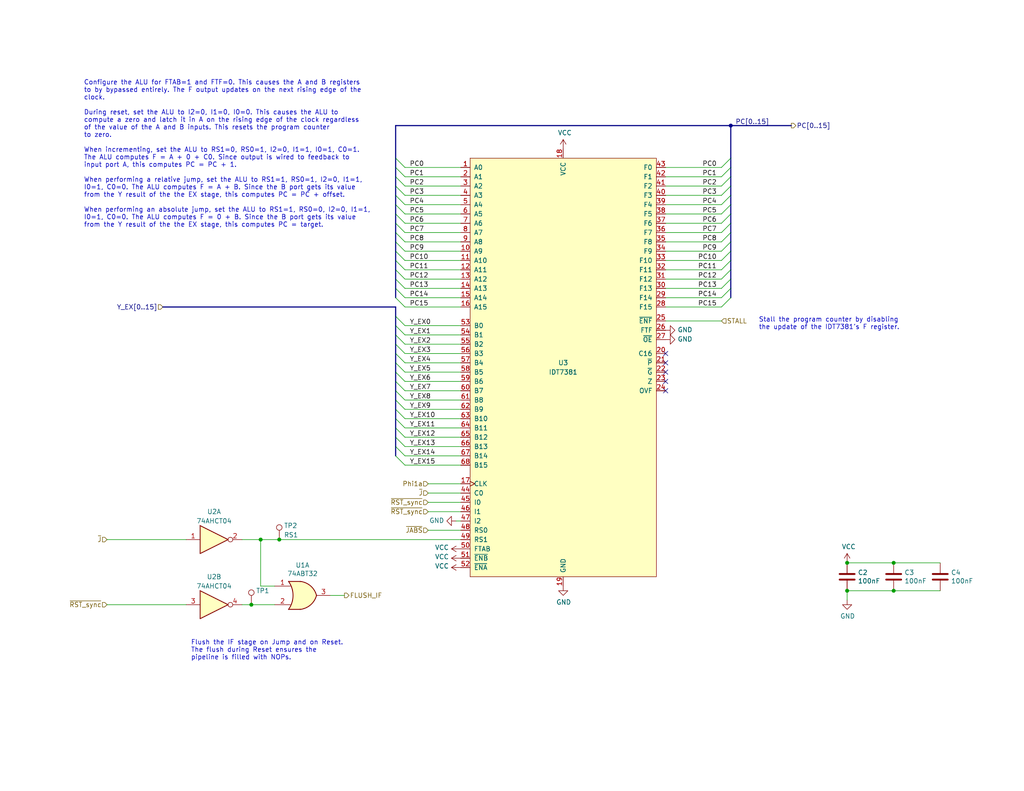
<source format=kicad_sch>
(kicad_sch (version 20250114) (generator "eeschema") (generator_version "9.0")
  (paper "USLetter")
  (title_block (title "Program Counter") (date "2022-04-14") (rev "A") (comment 3 "sixteen-bit offset, or else reset to zero.") (comment 4 "Sixteen-bit program counter will either increment on the clock, add a specified"))
  (lib_symbols
    (symbol "74xx:74LS04"
      (property "Reference" "U" (at 0 1.27 0))
      (property "Value" "74LS04" (at 0 -1.27 0))
      (symbol "74LS04_1_0"
        (polyline (pts (xy -3.81 3.81) (xy -3.81 -3.81) (xy 3.81 0) (xy -3.81 3.81)) (stroke (width 0.254)) (fill (type background)))
        (pin input line (at -7.62 0 0) (length 3.81) (name "~") (number "1"))
        (pin output inverted (at 7.62 0 180) (length 3.81) (name "~") (number "2"))
      )
      (symbol "74LS04_2_0"
        (polyline (pts (xy -3.81 3.81) (xy -3.81 -3.81) (xy 3.81 0) (xy -3.81 3.81)) (stroke (width 0.254)) (fill (type background)))
        (pin input line (at -7.62 0 0) (length 3.81) (name "~") (number "3"))
        (pin output inverted (at 7.62 0 180) (length 3.81) (name "~") (number "4"))
      )
      (symbol "74LS04_3_0"
        (polyline (pts (xy -3.81 3.81) (xy -3.81 -3.81) (xy 3.81 0) (xy -3.81 3.81)) (stroke (width 0.254)) (fill (type background)))
        (pin input line (at -7.62 0 0) (length 3.81) (name "~") (number "5"))
        (pin output inverted (at 7.62 0 180) (length 3.81) (name "~") (number "6"))
      )
      (symbol "74LS04_4_0"
        (polyline (pts (xy -3.81 3.81) (xy -3.81 -3.81) (xy 3.81 0) (xy -3.81 3.81)) (stroke (width 0.254)) (fill (type background)))
        (pin input line (at -7.62 0 0) (length 3.81) (name "~") (number "9"))
        (pin output inverted (at 7.62 0 180) (length 3.81) (name "~") (number "8"))
      )
      (symbol "74LS04_5_0"
        (polyline (pts (xy -3.81 3.81) (xy -3.81 -3.81) (xy 3.81 0) (xy -3.81 3.81)) (stroke (width 0.254)) (fill (type background)))
        (pin input line (at -7.62 0 0) (length 3.81) (name "~") (number "11"))
        (pin output inverted (at 7.62 0 180) (length 3.81) (name "~") (number "10"))
      )
      (symbol "74LS04_6_0"
        (polyline (pts (xy -3.81 3.81) (xy -3.81 -3.81) (xy 3.81 0) (xy -3.81 3.81)) (stroke (width 0.254)) (fill (type background)))
        (pin input line (at -7.62 0 0) (length 3.81) (name "~") (number "13"))
        (pin output inverted (at 7.62 0 180) (length 3.81) (name "~") (number "12"))
      )
      (symbol "74LS04_7_0"
        (pin power_in line (at 0 12.7 270) (length 5.08) (name "VCC") (number "14"))
        (pin power_in line (at 0 -12.7 90) (length 5.08) (name "GND") (number "7"))
      )
      (symbol "74LS04_7_1"
        (rectangle (start -5.08 7.62) (end 5.08 -7.62) (stroke (width 0.254)) (fill (type background)))
      )
    )
    (symbol "74xx:74LS32" (pin_names (offset 1.016))
      (property "Reference" "U" (at 0 1.27 0))
      (property "Value" "74LS32" (at 0 -1.27 0))
      (symbol "74LS32_1_1"
        (arc (start -3.81 3.81) (mid -2.589 0) (end -3.81 -3.81) (stroke (width 0.254)))
        (polyline (pts (xy -3.81 3.81) (xy -0.635 3.81)) (stroke (width 0.254)) (fill (type background)))
        (polyline (pts (xy -3.81 -3.81) (xy -0.635 -3.81)) (stroke (width 0.254)) (fill (type background)))
        (arc (start 3.81 0) (mid 2.1855 -2.584) (end -0.6096 -3.81) (stroke (width 0.254)) (fill (type background)))
        (arc (start -0.6096 3.81) (mid 2.1928 2.5924) (end 3.81 0) (stroke (width 0.254)) (fill (type background)))
        (polyline (pts (xy -0.635 3.81) (xy -3.81 3.81) (xy -3.81 3.81) (xy -3.556 3.4036) (xy -3.0226 2.2606) (xy -2.6924 1.0414) (xy -2.6162 -0.254) (xy -2.7686 -1.4986) (xy -3.175 -2.7178) (xy -3.81 -3.81) (xy -3.81 -3.81) (xy -0.635 -3.81)) (stroke (width -25.4)) (fill (type background)))
        (pin input line (at -7.62 2.54 0) (length 4.318) (name "~") (number "1"))
        (pin input line (at -7.62 -2.54 0) (length 4.318) (name "~") (number "2"))
        (pin output line (at 7.62 0 180) (length 3.81) (name "~") (number "3"))
      )
      (symbol "74LS32_1_2"
        (arc (start 0 3.81) (mid 3.7934 0) (end 0 -3.81) (stroke (width 0.254)) (fill (type background)))
        (polyline (pts (xy 0 3.81) (xy -3.81 3.81) (xy -3.81 -3.81) (xy 0 -3.81)) (stroke (width 0.254)) (fill (type background)))
        (pin input inverted (at -7.62 2.54 0) (length 3.81) (name "~") (number "1"))
        (pin input inverted (at -7.62 -2.54 0) (length 3.81) (name "~") (number "2"))
        (pin output inverted (at 7.62 0 180) (length 3.81) (name "~") (number "3"))
      )
      (symbol "74LS32_2_1"
        (arc (start -3.81 3.81) (mid -2.589 0) (end -3.81 -3.81) (stroke (width 0.254)))
        (polyline (pts (xy -3.81 3.81) (xy -0.635 3.81)) (stroke (width 0.254)) (fill (type background)))
        (polyline (pts (xy -3.81 -3.81) (xy -0.635 -3.81)) (stroke (width 0.254)) (fill (type background)))
        (arc (start 3.81 0) (mid 2.1855 -2.584) (end -0.6096 -3.81) (stroke (width 0.254)) (fill (type background)))
        (arc (start -0.6096 3.81) (mid 2.1928 2.5924) (end 3.81 0) (stroke (width 0.254)) (fill (type background)))
        (polyline (pts (xy -0.635 3.81) (xy -3.81 3.81) (xy -3.81 3.81) (xy -3.556 3.4036) (xy -3.0226 2.2606) (xy -2.6924 1.0414) (xy -2.6162 -0.254) (xy -2.7686 -1.4986) (xy -3.175 -2.7178) (xy -3.81 -3.81) (xy -3.81 -3.81) (xy -0.635 -3.81)) (stroke (width -25.4)) (fill (type background)))
        (pin input line (at -7.62 2.54 0) (length 4.318) (name "~") (number "4"))
        (pin input line (at -7.62 -2.54 0) (length 4.318) (name "~") (number "5"))
        (pin output line (at 7.62 0 180) (length 3.81) (name "~") (number "6"))
      )
      (symbol "74LS32_2_2"
        (arc (start 0 3.81) (mid 3.7934 0) (end 0 -3.81) (stroke (width 0.254)) (fill (type background)))
        (polyline (pts (xy 0 3.81) (xy -3.81 3.81) (xy -3.81 -3.81) (xy 0 -3.81)) (stroke (width 0.254)) (fill (type background)))
        (pin input inverted (at -7.62 2.54 0) (length 3.81) (name "~") (number "4"))
        (pin input inverted (at -7.62 -2.54 0) (length 3.81) (name "~") (number "5"))
        (pin output inverted (at 7.62 0 180) (length 3.81) (name "~") (number "6"))
      )
      (symbol "74LS32_3_1"
        (arc (start -3.81 3.81) (mid -2.589 0) (end -3.81 -3.81) (stroke (width 0.254)))
        (polyline (pts (xy -3.81 3.81) (xy -0.635 3.81)) (stroke (width 0.254)) (fill (type background)))
        (polyline (pts (xy -3.81 -3.81) (xy -0.635 -3.81)) (stroke (width 0.254)) (fill (type background)))
        (arc (start 3.81 0) (mid 2.1855 -2.584) (end -0.6096 -3.81) (stroke (width 0.254)) (fill (type background)))
        (arc (start -0.6096 3.81) (mid 2.1928 2.5924) (end 3.81 0) (stroke (width 0.254)) (fill (type background)))
        (polyline (pts (xy -0.635 3.81) (xy -3.81 3.81) (xy -3.81 3.81) (xy -3.556 3.4036) (xy -3.0226 2.2606) (xy -2.6924 1.0414) (xy -2.6162 -0.254) (xy -2.7686 -1.4986) (xy -3.175 -2.7178) (xy -3.81 -3.81) (xy -3.81 -3.81) (xy -0.635 -3.81)) (stroke (width -25.4)) (fill (type background)))
        (pin input line (at -7.62 2.54 0) (length 4.318) (name "~") (number "9"))
        (pin input line (at -7.62 -2.54 0) (length 4.318) (name "~") (number "10"))
        (pin output line (at 7.62 0 180) (length 3.81) (name "~") (number "8"))
      )
      (symbol "74LS32_3_2"
        (arc (start 0 3.81) (mid 3.7934 0) (end 0 -3.81) (stroke (width 0.254)) (fill (type background)))
        (polyline (pts (xy 0 3.81) (xy -3.81 3.81) (xy -3.81 -3.81) (xy 0 -3.81)) (stroke (width 0.254)) (fill (type background)))
        (pin input inverted (at -7.62 2.54 0) (length 3.81) (name "~") (number "9"))
        (pin input inverted (at -7.62 -2.54 0) (length 3.81) (name "~") (number "10"))
        (pin output inverted (at 7.62 0 180) (length 3.81) (name "~") (number "8"))
      )
      (symbol "74LS32_4_1"
        (arc (start -3.81 3.81) (mid -2.589 0) (end -3.81 -3.81) (stroke (width 0.254)))
        (polyline (pts (xy -3.81 3.81) (xy -0.635 3.81)) (stroke (width 0.254)) (fill (type background)))
        (polyline (pts (xy -3.81 -3.81) (xy -0.635 -3.81)) (stroke (width 0.254)) (fill (type background)))
        (arc (start 3.81 0) (mid 2.1855 -2.584) (end -0.6096 -3.81) (stroke (width 0.254)) (fill (type background)))
        (arc (start -0.6096 3.81) (mid 2.1928 2.5924) (end 3.81 0) (stroke (width 0.254)) (fill (type background)))
        (polyline (pts (xy -0.635 3.81) (xy -3.81 3.81) (xy -3.81 3.81) (xy -3.556 3.4036) (xy -3.0226 2.2606) (xy -2.6924 1.0414) (xy -2.6162 -0.254) (xy -2.7686 -1.4986) (xy -3.175 -2.7178) (xy -3.81 -3.81) (xy -3.81 -3.81) (xy -0.635 -3.81)) (stroke (width -25.4)) (fill (type background)))
        (pin input line (at -7.62 2.54 0) (length 4.318) (name "~") (number "12"))
        (pin input line (at -7.62 -2.54 0) (length 4.318) (name "~") (number "13"))
        (pin output line (at 7.62 0 180) (length 3.81) (name "~") (number "11"))
      )
      (symbol "74LS32_4_2"
        (arc (start 0 3.81) (mid 3.7934 0) (end 0 -3.81) (stroke (width 0.254)) (fill (type background)))
        (polyline (pts (xy 0 3.81) (xy -3.81 3.81) (xy -3.81 -3.81) (xy 0 -3.81)) (stroke (width 0.254)) (fill (type background)))
        (pin input inverted (at -7.62 2.54 0) (length 3.81) (name "~") (number "12"))
        (pin input inverted (at -7.62 -2.54 0) (length 3.81) (name "~") (number "13"))
        (pin output inverted (at 7.62 0 180) (length 3.81) (name "~") (number "11"))
      )
      (symbol "74LS32_5_0"
        (pin power_in line (at 0 12.7 270) (length 5.08) (name "VCC") (number "14"))
        (pin power_in line (at 0 -12.7 90) (length 5.08) (name "GND") (number "7"))
      )
      (symbol "74LS32_5_1"
        (rectangle (start -5.08 7.62) (end 5.08 -7.62) (stroke (width 0.254)) (fill (type background)))
      )
    )
    (symbol "Connector:TestPoint" (pin_numbers (hide yes)) (pin_names (offset 0.762) (hide yes))
      (property "Reference" "TP" (at 0 6.858 0))
      (property "Value" "TestPoint" (at 0 5.08 0))
      (symbol "TestPoint_0_1"
        (circle (center 0 3.302) (radius 0.762))
      )
      (symbol "TestPoint_1_1"
        (pin passive line (at 0 0 90) (length 2.54) (name "1") (number "1"))
      )
    )
    (symbol "Device:C" (pin_numbers (hide yes)) (pin_names (offset 0.254))
      (property "Reference" "C" (at 0.635 2.54 0))
      (property "Value" "C" (at 0.635 -2.54 0))
      (symbol "C_0_1"
        (polyline (pts (xy -2.032 0.762) (xy 2.032 0.762)) (stroke (width 0.508)))
        (polyline (pts (xy -2.032 -0.762) (xy 2.032 -0.762)) (stroke (width 0.508)))
      )
      (symbol "C_1_1"
        (pin passive line (at 0 3.81 270) (length 2.794) (name "~") (number "1"))
        (pin passive line (at 0 -3.81 90) (length 2.794) (name "~") (number "2"))
      )
    )
    (symbol "PCIFModule-rescue:IDT7381-CPU" (pin_names (offset 1.016))
      (property "Reference" "U" (at 1.27 2.54 0))
      (property "Value" "IDT7381-CPU" (at 1.27 0 0))
      (symbol "IDT7381-CPU_0_1"
        (rectangle (start -25.4 57.15) (end 25.4 -57.15) (fill (type background)))
      )
      (symbol "IDT7381-CPU_1_1"
        (pin input line (at -27.94 54.61 0) (length 2.54) (name "A0") (number "1"))
        (pin input line (at -27.94 52.07 0) (length 2.54) (name "A1") (number "2"))
        (pin input line (at -27.94 49.53 0) (length 2.54) (name "A2") (number "3"))
        (pin input line (at -27.94 46.99 0) (length 2.54) (name "A3") (number "4"))
        (pin input line (at -27.94 44.45 0) (length 2.54) (name "A4") (number "5"))
        (pin input line (at -27.94 41.91 0) (length 2.54) (name "A5") (number "6"))
        (pin input line (at -27.94 39.37 0) (length 2.54) (name "A6") (number "7"))
        (pin input line (at -27.94 36.83 0) (length 2.54) (name "A7") (number "8"))
        (pin input line (at -27.94 34.29 0) (length 2.54) (name "A8") (number "9"))
        (pin input line (at -27.94 31.75 0) (length 2.54) (name "A9") (number "10"))
        (pin input line (at -27.94 29.21 0) (length 2.54) (name "A10") (number "11"))
        (pin input line (at -27.94 26.67 0) (length 2.54) (name "A11") (number "12"))
        (pin input line (at -27.94 24.13 0) (length 2.54) (name "A12") (number "13"))
        (pin input line (at -27.94 21.59 0) (length 2.54) (name "A13") (number "14"))
        (pin input line (at -27.94 19.05 0) (length 2.54) (name "A14") (number "15"))
        (pin input line (at -27.94 16.51 0) (length 2.54) (name "A15") (number "16"))
        (pin input line (at -27.94 11.43 0) (length 2.54) (name "B0") (number "53"))
        (pin input line (at -27.94 8.89 0) (length 2.54) (name "B1") (number "54"))
        (pin input line (at -27.94 6.35 0) (length 2.54) (name "B2") (number "55"))
        (pin input line (at -27.94 3.81 0) (length 2.54) (name "B3") (number "56"))
        (pin input line (at -27.94 1.27 0) (length 2.54) (name "B4") (number "57"))
        (pin input line (at -27.94 -1.27 0) (length 2.54) (name "B5") (number "58"))
        (pin input line (at -27.94 -3.81 0) (length 2.54) (name "B6") (number "59"))
        (pin input line (at -27.94 -6.35 0) (length 2.54) (name "B7") (number "60"))
        (pin input line (at -27.94 -8.89 0) (length 2.54) (name "B8") (number "61"))
        (pin input line (at -27.94 -11.43 0) (length 2.54) (name "B9") (number "62"))
        (pin input line (at -27.94 -13.97 0) (length 2.54) (name "B10") (number "63"))
        (pin input line (at -27.94 -16.51 0) (length 2.54) (name "B11") (number "64"))
        (pin input line (at -27.94 -19.05 0) (length 2.54) (name "B12") (number "65"))
        (pin input line (at -27.94 -21.59 0) (length 2.54) (name "B13") (number "66"))
        (pin input line (at -27.94 -24.13 0) (length 2.54) (name "B14") (number "67"))
        (pin input line (at -27.94 -26.67 0) (length 2.54) (name "B15") (number "68"))
        (pin input clock (at -27.94 -31.75 0) (length 2.54) (name "CLK") (number "17"))
        (pin input line (at -27.94 -34.29 0) (length 2.54) (name "C0") (number "44"))
        (pin input line (at -27.94 -36.83 0) (length 2.54) (name "I0") (number "45"))
        (pin input line (at -27.94 -39.37 0) (length 2.54) (name "I1") (number "46"))
        (pin input line (at -27.94 -41.91 0) (length 2.54) (name "I2") (number "47"))
        (pin input line (at -27.94 -44.45 0) (length 2.54) (name "RS0") (number "48"))
        (pin input line (at -27.94 -46.99 0) (length 2.54) (name "RS1") (number "49"))
        (pin input line (at -27.94 -49.53 0) (length 2.54) (name "FTAB") (number "50"))
        (pin input line (at -27.94 -52.07 0) (length 2.54) (name "~{ENB}") (number "51"))
        (pin input line (at -27.94 -54.61 0) (length 2.54) (name "~{ENA}") (number "52"))
        (pin power_in line (at 0 59.69 270) (length 2.54) (name "VCC") (number "18"))
        (pin power_in line (at 0 -59.69 90) (length 2.54) (name "GND") (number "19"))
        (pin tri_state line (at 27.94 54.61 180) (length 2.54) (name "F0") (number "43"))
        (pin tri_state line (at 27.94 52.07 180) (length 2.54) (name "F1") (number "42"))
        (pin tri_state line (at 27.94 49.53 180) (length 2.54) (name "F2") (number "41"))
        (pin tri_state line (at 27.94 46.99 180) (length 2.54) (name "F3") (number "40"))
        (pin tri_state line (at 27.94 44.45 180) (length 2.54) (name "F4") (number "39"))
        (pin tri_state line (at 27.94 41.91 180) (length 2.54) (name "F5") (number "38"))
        (pin tri_state line (at 27.94 39.37 180) (length 2.54) (name "F6") (number "37"))
        (pin tri_state line (at 27.94 36.83 180) (length 2.54) (name "F7") (number "36"))
        (pin tri_state line (at 27.94 34.29 180) (length 2.54) (name "F8") (number "35"))
        (pin tri_state line (at 27.94 31.75 180) (length 2.54) (name "F9") (number "34"))
        (pin tri_state line (at 27.94 29.21 180) (length 2.54) (name "F10") (number "33"))
        (pin tri_state line (at 27.94 26.67 180) (length 2.54) (name "F11") (number "32"))
        (pin tri_state line (at 27.94 24.13 180) (length 2.54) (name "F12") (number "31"))
        (pin tri_state line (at 27.94 21.59 180) (length 2.54) (name "F13") (number "30"))
        (pin tri_state line (at 27.94 19.05 180) (length 2.54) (name "F14") (number "29"))
        (pin tri_state line (at 27.94 16.51 180) (length 2.54) (name "F15") (number "28"))
        (pin input line (at 27.94 12.7 180) (length 2.54) (name "~{ENF}") (number "25"))
        (pin input line (at 27.94 10.16 180) (length 2.54) (name "FTF") (number "26"))
        (pin input line (at 27.94 7.62 180) (length 2.54) (name "~{OE}") (number "27"))
        (pin output line (at 27.94 3.81 180) (length 2.54) (name "C16") (number "20"))
        (pin output line (at 27.94 1.27 180) (length 2.54) (name "~{P}") (number "21"))
        (pin output line (at 27.94 -1.27 180) (length 2.54) (name "~{G}") (number "22"))
        (pin output line (at 27.94 -3.81 180) (length 2.54) (name "Z") (number "23"))
        (pin output line (at 27.94 -6.35 180) (length 2.54) (name "OVF") (number "24"))
      )
    )
    (symbol "power:GND" (power) (pin_names (offset 0))
      (property "Value" "GND" (at 0 -3.81 0))
      (symbol "GND_0_1"
        (polyline (pts (xy 0 0) (xy 0 -1.27) (xy 1.27 -1.27) (xy 0 -2.54) (xy -1.27 -1.27) (xy 0 -1.27)))
      )
      (symbol "GND_1_1"
        (pin power_in line (at 0 0 270) (length 0) (hide yes) (name "GND") (number "1"))
      )
    )
    (symbol "power:VCC" (power) (pin_names (offset 0))
      (property "Value" "VCC" (at 0 3.81 0))
      (symbol "VCC_0_1"
        (polyline (pts (xy -0.762 1.27) (xy 0 2.54)))
        (polyline (pts (xy 0 2.54) (xy 0.762 1.27)))
        (polyline (pts (xy 0 0) (xy 0 2.54)))
      )
      (symbol "VCC_1_1"
        (pin power_in line (at 0 0 90) (length 0) (hide yes) (name "VCC") (number "1"))
      )
    )
  )
  (text "Stall the program counter by disabling\nthe update of the IDT7381’s F register." (at 207.01 90.17 0) (effects (font (size 1.27 1.27)) (justify left bottom)))
  (text "Flush the IF stage on Jump and on Reset.\nThe flush during Reset ensures the\npipeline is filled with NOPs." (at 52.07 180.34 0) (effects (font (size 1.27 1.27)) (justify left bottom)))
  (text "Configure the ALU for FTAB=1 and FTF=0. This causes the A and B registers\nto by bypassed entirely. The F output updates on the next rising edge of the\nclock.\n\nDuring reset, set the ALU to I2=0, I1=0, I0=0. This causes the ALU to\ncompute a zero and latch it in A on the rising edge of the clock regardless\nof the value of the A and B inputs. This resets the program counter\nto zero.\n\nWhen incrementing, set the ALU to RS1=0, RS0=1, I2=0, I1=1, I0=1, C0=1.\nThe ALU computes F = A + 0 + C0. Since output is wired to feedback to\ninput port A, this computes PC = PC + 1.\n\nWhen performing a relative jump, set the ALU to RS1=1, RS0=1, I2=0, I1=1,\nI0=1, C0=0. The ALU computes F = A + B. Since the B port gets its value\nfrom the Y result of the the EX stage, this computes PC = PC + offset.\n\nWhen performing an absolute jump, set the ALU to RS1=1, RS0=0, I2=0, I1=1,\nI0=1, C0=0. The ALU computes F = 0 + B. Since the B port gets its value\nfrom the Y result of the the EX stage, this computes PC = target." (at 22.86 62.23 0) (effects (font (size 1.27 1.27)) (justify left bottom)))
  (junction (at -53.34 147.32))
  (junction (at -29.21 157.48))
  (junction (at 231.14 161.29))
  (junction (at -53.34 152.4))
  (junction (at -53.34 133.35))
  (junction (at -53.34 162.56))
  (junction (at -53.34 167.64))
  (junction (at -29.21 143.51))
  (junction (at 243.84 161.29))
  (junction (at -29.21 129.54))
  (junction (at 199.39 34.29))
  (junction (at 231.14 153.67))
  (junction (at -29.21 171.45))
  (junction (at 71.12 147.32))
  (junction (at 76.2 147.32))
  (junction (at 243.84 153.67))
  (junction (at 68.58 165.1))
  (junction (at -53.34 138.43))
  (no_connect (at -13.97 129.54))
  (no_connect (at 181.61 104.14))
  (no_connect (at -13.97 143.51))
  (no_connect (at 181.61 101.6))
  (no_connect (at -35.56 165.1))
  (no_connect (at 181.61 106.68))
  (no_connect (at -35.56 135.89))
  (no_connect (at -13.97 157.48))
  (no_connect (at -35.56 149.86))
  (no_connect (at 181.61 96.52))
  (no_connect (at 181.61 99.06))
  (no_connect (at -13.97 171.45))
  (bus_entry (at 110.49 53.34) (size -2.54 -2.54))
  (bus_entry (at 110.49 91.44) (size -2.54 -2.54))
  (bus_entry (at 110.49 48.26) (size -2.54 -2.54))
  (bus_entry (at 110.49 76.2) (size -2.54 -2.54))
  (bus_entry (at 110.49 63.5) (size -2.54 -2.54))
  (bus_entry (at 110.49 73.66) (size -2.54 -2.54))
  (bus_entry (at 196.85 48.26) (size 2.54 -2.54))
  (bus_entry (at 110.49 99.06) (size -2.54 -2.54))
  (bus_entry (at 196.85 55.88) (size 2.54 -2.54))
  (bus_entry (at 196.85 73.66) (size 2.54 -2.54))
  (bus_entry (at 110.49 66.04) (size -2.54 -2.54))
  (bus_entry (at 110.49 96.52) (size -2.54 -2.54))
  (bus_entry (at 196.85 76.2) (size 2.54 -2.54))
  (bus_entry (at 110.49 55.88) (size -2.54 -2.54))
  (bus_entry (at 110.49 60.96) (size -2.54 -2.54))
  (bus_entry (at 196.85 71.12) (size 2.54 -2.54))
  (bus_entry (at 110.49 101.6) (size -2.54 -2.54))
  (bus_entry (at 110.49 119.38) (size -2.54 -2.54))
  (bus_entry (at 110.49 71.12) (size -2.54 -2.54))
  (bus_entry (at 110.49 114.3) (size -2.54 -2.54))
  (bus_entry (at 110.49 88.9) (size -2.54 -2.54))
  (bus_entry (at 196.85 81.28) (size 2.54 -2.54))
  (bus_entry (at 196.85 66.04) (size 2.54 -2.54))
  (bus_entry (at 196.85 68.58) (size 2.54 -2.54))
  (bus_entry (at 110.49 81.28) (size -2.54 -2.54))
  (bus_entry (at 110.49 127) (size -2.54 -2.54))
  (bus_entry (at 196.85 83.82) (size 2.54 -2.54))
  (bus_entry (at 110.49 45.72) (size -2.54 -2.54))
  (bus_entry (at 196.85 63.5) (size 2.54 -2.54))
  (bus_entry (at 110.49 83.82) (size -2.54 -2.54))
  (bus_entry (at 110.49 121.92) (size -2.54 -2.54))
  (bus_entry (at 110.49 78.74) (size -2.54 -2.54))
  (bus_entry (at 110.49 109.22) (size -2.54 -2.54))
  (bus_entry (at 196.85 50.8) (size 2.54 -2.54))
  (bus_entry (at 196.85 45.72) (size 2.54 -2.54))
  (bus_entry (at 110.49 111.76) (size -2.54 -2.54))
  (bus_entry (at 110.49 50.8) (size -2.54 -2.54))
  (bus_entry (at 110.49 124.46) (size -2.54 -2.54))
  (bus_entry (at 110.49 93.98) (size -2.54 -2.54))
  (bus_entry (at 196.85 53.34) (size 2.54 -2.54))
  (bus_entry (at 110.49 58.42) (size -2.54 -2.54))
  (bus_entry (at 196.85 60.96) (size 2.54 -2.54))
  (bus_entry (at 110.49 106.68) (size -2.54 -2.54))
  (bus_entry (at 110.49 68.58) (size -2.54 -2.54))
  (bus_entry (at 196.85 58.42) (size 2.54 -2.54))
  (bus_entry (at 196.85 78.74) (size 2.54 -2.54))
  (bus_entry (at 110.49 116.84) (size -2.54 -2.54))
  (bus_entry (at 110.49 104.14) (size -2.54 -2.54))
  (wire (pts (xy -53.34 118.11) (xy -53.34 133.35)))
  (wire (pts (xy 256.54 161.29) (xy 243.84 161.29)))
  (wire (pts (xy 68.58 165.1) (xy 74.93 165.1)))
  (wire (pts (xy 71.12 160.02) (xy 71.12 147.32)))
  (wire (pts (xy 110.49 58.42) (xy 125.73 58.42)))
  (bus (pts (xy 107.95 63.5) (xy 107.95 66.04)))
  (bus (pts (xy 107.95 119.38) (xy 107.95 121.92)))
  (bus (pts (xy 199.39 58.42) (xy 199.39 60.96)))
  (wire (pts (xy 110.49 106.68) (xy 125.73 106.68)))
  (wire (pts (xy 110.49 78.74) (xy 125.73 78.74)))
  (wire (pts (xy 110.49 114.3) (xy 125.73 114.3)))
  (wire (pts (xy 196.85 78.74) (xy 181.61 78.74)))
  (bus (pts (xy 107.95 104.14) (xy 107.95 106.68)))
  (bus (pts (xy 199.39 50.8) (xy 199.39 53.34)))
  (wire (pts (xy 66.04 147.32) (xy 71.12 147.32)))
  (wire (pts (xy -50.8 133.35) (xy -53.34 133.35)))
  (wire (pts (xy -50.8 138.43) (xy -53.34 138.43)))
  (bus (pts (xy 107.95 116.84) (xy 107.95 119.38)))
  (wire (pts (xy 196.85 73.66) (xy 181.61 73.66)))
  (wire (pts (xy 110.49 93.98) (xy 125.73 93.98)))
  (bus (pts (xy 199.39 34.29) (xy 199.39 43.18)))
  (bus (pts (xy 107.95 109.22) (xy 107.95 111.76)))
  (wire (pts (xy 110.49 91.44) (xy 125.73 91.44)))
  (wire (pts (xy 116.84 139.7) (xy 125.73 139.7)))
  (wire (pts (xy 196.85 83.82) (xy 181.61 83.82)))
  (wire (pts (xy -29.21 199.39) (xy -29.21 200.66)))
  (wire (pts (xy 196.85 76.2) (xy 181.61 76.2)))
  (bus (pts (xy 107.95 99.06) (xy 107.95 101.6)))
  (bus (pts (xy 107.95 43.18) (xy 107.95 45.72)))
  (wire (pts (xy -53.34 162.56) (xy -53.34 167.64)))
  (bus (pts (xy 107.95 83.82) (xy 44.45 83.82)))
  (wire (pts (xy -53.34 138.43) (xy -53.34 147.32)))
  (bus (pts (xy 107.95 73.66) (xy 107.95 76.2)))
  (bus (pts (xy 107.95 121.92) (xy 107.95 124.46)))
  (bus (pts (xy 107.95 88.9) (xy 107.95 91.44)))
  (bus (pts (xy 199.39 68.58) (xy 199.39 71.12)))
  (bus (pts (xy 199.39 73.66) (xy 199.39 76.2)))
  (wire (pts (xy 110.49 109.22) (xy 125.73 109.22)))
  (wire (pts (xy 110.49 88.9) (xy 125.73 88.9)))
  (wire (pts (xy -29.21 143.51) (xy -29.21 157.48)))
  (bus (pts (xy 107.95 93.98) (xy 107.95 96.52)))
  (bus (pts (xy 107.95 86.36) (xy 107.95 88.9)))
  (wire (pts (xy 71.12 147.32) (xy 76.2 147.32)))
  (wire (pts (xy 29.21 165.1) (xy 50.8 165.1)))
  (bus (pts (xy 107.95 58.42) (xy 107.95 60.96)))
  (wire (pts (xy 110.49 73.66) (xy 125.73 73.66)))
  (bus (pts (xy 107.95 55.88) (xy 107.95 58.42)))
  (bus (pts (xy 199.39 53.34) (xy 199.39 55.88)))
  (wire (pts (xy 196.85 53.34) (xy 181.61 53.34)))
  (bus (pts (xy 107.95 96.52) (xy 107.95 99.06)))
  (wire (pts (xy 110.49 83.82) (xy 125.73 83.82)))
  (bus (pts (xy 199.39 43.18) (xy 199.39 45.72)))
  (wire (pts (xy 231.14 163.83) (xy 231.14 161.29)))
  (bus (pts (xy 199.39 66.04) (xy 199.39 68.58)))
  (wire (pts (xy 196.85 45.72) (xy 181.61 45.72)))
  (wire (pts (xy 196.85 48.26) (xy 181.61 48.26)))
  (bus (pts (xy 199.39 60.96) (xy 199.39 63.5)))
  (bus (pts (xy 107.95 83.82) (xy 107.95 86.36)))
  (wire (pts (xy 196.85 63.5) (xy 181.61 63.5)))
  (wire (pts (xy -50.8 162.56) (xy -53.34 162.56)))
  (wire (pts (xy 110.49 45.72) (xy 125.73 45.72)))
  (bus (pts (xy 107.95 106.68) (xy 107.95 109.22)))
  (bus (pts (xy 107.95 111.76) (xy 107.95 114.3)))
  (bus (pts (xy 107.95 76.2) (xy 107.95 78.74)))
  (bus (pts (xy 107.95 91.44) (xy 107.95 93.98)))
  (bus (pts (xy 107.95 78.74) (xy 107.95 81.28)))
  (wire (pts (xy 110.49 50.8) (xy 125.73 50.8)))
  (bus (pts (xy 199.39 71.12) (xy 199.39 73.66)))
  (wire (pts (xy -50.8 152.4) (xy -53.34 152.4)))
  (wire (pts (xy 116.84 144.78) (xy 125.73 144.78)))
  (bus (pts (xy 107.95 34.29) (xy 107.95 43.18)))
  (wire (pts (xy 116.84 137.16) (xy 125.73 137.16)))
  (wire (pts (xy 110.49 53.34) (xy 125.73 53.34)))
  (wire (pts (xy 110.49 99.06) (xy 125.73 99.06)))
  (bus (pts (xy 199.39 48.26) (xy 199.39 50.8)))
  (wire (pts (xy 231.14 153.67) (xy 243.84 153.67)))
  (wire (pts (xy 110.49 104.14) (xy 125.73 104.14)))
  (bus (pts (xy 107.95 34.29) (xy 199.39 34.29)))
  (bus (pts (xy 199.39 55.88) (xy 199.39 58.42)))
  (wire (pts (xy 110.49 60.96) (xy 125.73 60.96)))
  (bus (pts (xy 107.95 48.26) (xy 107.95 50.8)))
  (bus (pts (xy 107.95 101.6) (xy 107.95 104.14)))
  (wire (pts (xy 110.49 116.84) (xy 125.73 116.84)))
  (wire (pts (xy -50.8 147.32) (xy -53.34 147.32)))
  (bus (pts (xy 107.95 66.04) (xy 107.95 68.58)))
  (wire (pts (xy -29.21 129.54) (xy -29.21 143.51)))
  (wire (pts (xy 110.49 96.52) (xy 125.73 96.52)))
  (wire (pts (xy -53.34 152.4) (xy -53.34 162.56)))
  (bus (pts (xy 107.95 45.72) (xy 107.95 48.26)))
  (bus (pts (xy 107.95 71.12) (xy 107.95 73.66)))
  (wire (pts (xy 110.49 71.12) (xy 125.73 71.12)))
  (wire (pts (xy 110.49 124.46) (xy 125.73 124.46)))
  (wire (pts (xy 66.04 165.1) (xy 68.58 165.1)))
  (bus (pts (xy 199.39 63.5) (xy 199.39 66.04)))
  (wire (pts (xy 196.85 60.96) (xy 181.61 60.96)))
  (wire (pts (xy 110.49 81.28) (xy 125.73 81.28)))
  (bus (pts (xy 199.39 76.2) (xy 199.39 78.74)))
  (wire (pts (xy 243.84 161.29) (xy 231.14 161.29)))
  (wire (pts (xy 196.85 68.58) (xy 181.61 68.58)))
  (bus (pts (xy 199.39 45.72) (xy 199.39 48.26)))
  (bus (pts (xy 107.95 60.96) (xy 107.95 63.5)))
  (bus (pts (xy 199.39 78.74) (xy 199.39 81.28)))
  (wire (pts (xy 110.49 121.92) (xy 125.73 121.92)))
  (wire (pts (xy 110.49 111.76) (xy 125.73 111.76)))
  (wire (pts (xy 196.85 81.28) (xy 181.61 81.28)))
  (bus (pts (xy 107.95 114.3) (xy 107.95 116.84)))
  (wire (pts (xy -29.21 157.48) (xy -29.21 171.45)))
  (wire (pts (xy 110.49 66.04) (xy 125.73 66.04)))
  (wire (pts (xy 93.98 162.56) (xy 90.17 162.56)))
  (wire (pts (xy 243.84 153.67) (xy 256.54 153.67)))
  (wire (pts (xy 196.85 50.8) (xy 181.61 50.8)))
  (wire (pts (xy 110.49 48.26) (xy 125.73 48.26)))
  (wire (pts (xy 110.49 76.2) (xy 125.73 76.2)))
  (wire (pts (xy 110.49 68.58) (xy 125.73 68.58)))
  (wire (pts (xy 181.61 87.63) (xy 196.85 87.63)))
  (wire (pts (xy -29.21 171.45) (xy -29.21 173.99)))
  (bus (pts (xy 107.95 68.58) (xy 107.95 71.12)))
  (wire (pts (xy -53.34 167.64) (xy -53.34 173.99)))
  (wire (pts (xy 110.49 119.38) (xy 125.73 119.38)))
  (bus (pts (xy 107.95 53.34) (xy 107.95 55.88)))
  (wire (pts (xy -53.34 147.32) (xy -53.34 152.4)))
  (bus (pts (xy 107.95 50.8) (xy 107.95 53.34)))
  (wire (pts (xy 196.85 71.12) (xy 181.61 71.12)))
  (wire (pts (xy 116.84 134.62) (xy 125.73 134.62)))
  (wire (pts (xy -29.21 118.11) (xy -29.21 129.54)))
  (wire (pts (xy 29.21 147.32) (xy 50.8 147.32)))
  (wire (pts (xy 110.49 101.6) (xy 125.73 101.6)))
  (wire (pts (xy 196.85 55.88) (xy 181.61 55.88)))
  (wire (pts (xy 76.2 147.32) (xy 125.73 147.32)))
  (bus (pts (xy 215.9 34.29) (xy 199.39 34.29)))
  (wire (pts (xy 125.73 142.24) (xy 124.46 142.24)))
  (wire (pts (xy 74.93 160.02) (xy 71.12 160.02)))
  (wire (pts (xy 116.84 132.08) (xy 125.73 132.08)))
  (wire (pts (xy -53.34 133.35) (xy -53.34 138.43)))
  (wire (pts (xy 110.49 127) (xy 125.73 127)))
  (wire (pts (xy -50.8 167.64) (xy -53.34 167.64)))
  (wire (pts (xy 110.49 55.88) (xy 125.73 55.88)))
  (wire (pts (xy 196.85 66.04) (xy 181.61 66.04)))
  (wire (pts (xy 110.49 63.5) (xy 125.73 63.5)))
  (wire (pts (xy 196.85 58.42) (xy 181.61 58.42)))
  (label "PC8" (at 111.76 66.04 0))
  (label "PC11" (at 111.76 73.66 0))
  (label "Y_EX9" (at 111.76 111.76 0))
  (label "PC3" (at 111.76 53.34 0))
  (label "Y_EX1" (at 111.76 91.44 0))
  (label "PC13" (at 111.76 78.74 0))
  (label "PC4" (at 111.76 55.88 0))
  (label "PC2" (at 195.58 50.8 180))
  (label "Y_EX6" (at 111.76 104.14 0))
  (label "Y_EX14" (at 111.76 124.46 0))
  (label "Y_EX13" (at 111.76 121.92 0))
  (label "PC9" (at 195.58 68.58 180))
  (label "Y_EX0" (at 111.76 88.9 0))
  (label "PC15" (at 195.58 83.82 180))
  (label "PC15" (at 111.76 83.82 0))
  (label "PC0" (at 111.76 45.72 0))
  (label "Y_EX3" (at 111.76 96.52 0))
  (label "PC5" (at 195.58 58.42 180))
  (label "PC11" (at 195.58 73.66 180))
  (label "Y_EX11" (at 111.76 116.84 0))
  (label "PC10" (at 195.58 71.12 180))
  (label "Y_EX7" (at 111.76 106.68 0))
  (label "Y_EX5" (at 111.76 101.6 0))
  (label "PC14" (at 111.76 81.28 0))
  (label "Y_EX2" (at 111.76 93.98 0))
  (label "PC12" (at 195.58 76.2 180))
  (label "PC10" (at 111.76 71.12 0))
  (label "PC8" (at 195.58 66.04 180))
  (label "PC6" (at 111.76 60.96 0))
  (label "PC6" (at 195.58 60.96 180))
  (label "PC2" (at 111.76 50.8 0))
  (label "PC9" (at 111.76 68.58 0))
  (label "PC4" (at 195.58 55.88 180))
  (label "Y_EX4" (at 111.76 99.06 0))
  (label "PC13" (at 195.58 78.74 180))
  (label "PC0" (at 195.58 45.72 180))
  (label "PC1" (at 195.58 48.26 180))
  (label "PC14" (at 195.58 81.28 180))
  (label "Y_EX12" (at 111.76 119.38 0))
  (label "Y_EX15" (at 111.76 127 0))
  (label "Y_EX10" (at 111.76 114.3 0))
  (label "PC7" (at 195.58 63.5 180))
  (label "PC3" (at 195.58 53.34 180))
  (label "PC5" (at 111.76 58.42 0))
  (label "PC[0..15]" (at 200.66 34.29 0))
  (label "PC7" (at 111.76 63.5 0))
  (label "Y_EX8" (at 111.76 109.22 0))
  (label "PC12" (at 111.76 76.2 0))
  (label "PC1" (at 111.76 48.26 0))
  (hierarchical_label "STALL" (shape input) (at 196.85 87.63 0))
  (hierarchical_label "~{JABS}" (shape input) (at 116.84 144.78 180))
  (hierarchical_label "PC[0..15]" (shape output) (at 215.9 34.29 0))
  (hierarchical_label "Phi1a" (shape input) (at 116.84 132.08 180))
  (hierarchical_label "~{RST_sync}" (shape input) (at 116.84 139.7 180))
  (hierarchical_label "Y_EX[0..15]" (shape input) (at 44.45 83.82 180))
  (hierarchical_label "~{J}" (shape input) (at 29.21 147.32 180))
  (hierarchical_label "~{J}" (shape input) (at 116.84 134.62 180))
  (hierarchical_label "~{RST_sync}" (shape input) (at 29.21 165.1 180))
  (hierarchical_label "~{RST_sync}" (shape input) (at 116.84 137.16 180))
  (hierarchical_label "FLUSH_IF" (shape output) (at 93.98 162.56 0))
  (symbol (lib_id "Device:C") (at 231.14 157.48 0) (unit 1)
    (property "Reference" "C2" (at 234.061 156.3116 0) (effects (justify left)))
    (property "Value" "100nF" (at 234.061 158.623 0) (effects (justify left)))
    (property "Footprint" "Capacitor_SMD:C_0603_1608Metric_Pad1.08x0.95mm_HandSolder" (effects (hide yes)))
    (property "Mouser" "https://www.mouser.com/ProductDetail/963-EMK107B7104KAHT" (effects (hide yes)))
  )
  (symbol (lib_id "Device:C") (at 243.84 157.48 0) (unit 1)
    (property "Reference" "C3" (at 246.761 156.3116 0) (effects (justify left)))
    (property "Value" "100nF" (at 246.761 158.623 0) (effects (justify left)))
    (property "Footprint" "Capacitor_SMD:C_0603_1608Metric_Pad1.08x0.95mm_HandSolder" (effects (hide yes)))
    (property "Mouser" "https://www.mouser.com/ProductDetail/963-EMK107B7104KAHT" (effects (hide yes)))
  )
  (symbol (lib_id "power:VCC") (at 231.14 153.67 0) (unit 1)
    (property "Reference" "#PWR022" (effects (hide yes)))
    (property "Value" "VCC" (at 231.5718 149.2758 0))
  )
  (symbol (lib_id "power:GND") (at 231.14 163.83 0) (unit 1)
    (property "Reference" "#PWR023" (effects (hide yes)))
    (property "Value" "GND" (at 231.267 168.2242 0))
  )
  (symbol (lib_id "PCIFModule-rescue:IDT7381-CPU") (at 153.67 100.33 0) (unit 1)
    (property "Reference" "U3" (at 153.67 99.06 0))
    (property "Value" "IDT7381" (at 153.67 101.6 0))
    (property "Footprint" "Package_LCC:PLCC-68_SMD-Socket" (effects (hide yes)))
    (property "Datasheet" "https://www.digchip.com/datasheets/download_datasheet.php?id=419696&part-number=IDT7381" (effects (hide yes)))
    (property "Mouser" "https://www.mouser.com/ProductDetail/3M-Electronic-Solutions-Division/8468-21B1-RK-TP?qs=WZRMhwwaLl%2FJN6Bcf7US3Q%3D%3D" (effects (hide yes)))
  )
  (symbol (lib_id "power:VCC") (at 153.67 40.64 0) (unit 1)
    (property "Reference" "#PWR018" (effects (hide yes)))
    (property "Value" "VCC" (at 154.1018 36.2458 0))
  )
  (symbol (lib_id "power:GND") (at 153.67 160.02 0) (unit 1)
    (property "Reference" "#PWR019" (effects (hide yes)))
    (property "Value" "GND" (at 153.797 164.4142 0))
  )
  (symbol (lib_id "power:GND") (at 181.61 92.71 90) (unit 1)
    (property "Reference" "#PWR021" (effects (hide yes)))
    (property "Value" "GND" (at 184.8612 92.583 90) (effects (justify right)))
  )
  (symbol (lib_id "power:VCC") (at 125.73 149.86 90) (unit 1)
    (property "Reference" "#PWR015" (effects (hide yes)))
    (property "Value" "VCC" (at 122.5042 149.479 90) (effects (justify left)))
  )
  (symbol (lib_id "power:VCC") (at 125.73 152.4 90) (unit 1)
    (property "Reference" "#PWR016" (effects (hide yes)))
    (property "Value" "VCC" (at 122.5042 152.019 90) (effects (justify left)))
  )
  (symbol (lib_id "power:VCC") (at 125.73 154.94 90) (unit 1)
    (property "Reference" "#PWR017" (effects (hide yes)))
    (property "Value" "VCC" (at 122.5042 154.559 90) (effects (justify left)))
  )
  (symbol (lib_id "power:GND") (at 181.61 90.17 90) (unit 1)
    (property "Reference" "#PWR020" (effects (hide yes)))
    (property "Value" "GND" (at 184.8612 90.043 90) (effects (justify right)))
  )
  (symbol (lib_id "74xx:74LS04") (at -29.21 186.69 0) (unit 7)
    (property "Reference" "U2" (at -29.21 185.42 0))
    (property "Value" "74AHCT04" (at -29.21 187.96 0))
    (property "Footprint" "Package_SO:TSSOP-14_4.4x5mm_P0.65mm" (effects (hide yes)))
    (property "Datasheet" "http://www.ti.com/lit/gpn/sn74LS04" (effects (hide yes)))
    (property "Mouser" "https://www.mouser.com/ProductDetail/771-AHCT04PW112" (effects (hide yes)))
  )
  (symbol (lib_id "power:VCC") (at -29.21 118.11 0) (unit 1)
    (property "Reference" "#PWR012" (effects (hide yes)))
    (property "Value" "VCC" (at -28.7782 113.7158 0))
  )
  (symbol (lib_id "power:GND") (at -29.21 200.66 0) (mirror y) (unit 1)
    (property "Reference" "#PWR013" (effects (hide yes)))
    (property "Value" "GND" (at -29.337 205.0542 0))
  )
  (symbol (lib_id "74xx:74LS04") (at 58.42 165.1 0) (unit 2)
    (property "Reference" "U2" (at 58.42 157.48 0))
    (property "Value" "74AHCT04" (at 58.42 160.02 0))
    (property "Footprint" "Package_SO:TSSOP-14_4.4x5mm_P0.65mm" (effects (hide yes)))
    (property "Datasheet" "http://www.ti.com/lit/gpn/sn74LS04" (effects (hide yes)))
    (property "Mouser" "https://www.mouser.com/ProductDetail/771-AHCT04PW112" (effects (hide yes)))
  )
  (symbol (lib_id "74xx:74LS04") (at -21.59 129.54 0) (unit 3)
    (property "Reference" "U2" (at -21.59 121.92 0))
    (property "Value" "74AHCT04" (at -21.59 124.46 0))
    (property "Footprint" "Package_SO:TSSOP-14_4.4x5mm_P0.65mm" (effects (hide yes)))
    (property "Datasheet" "http://www.ti.com/lit/gpn/sn74LS04" (effects (hide yes)))
    (property "Mouser" "https://www.mouser.com/ProductDetail/771-AHCT04PW112" (effects (hide yes)))
  )
  (symbol (lib_id "74xx:74LS04") (at -21.59 143.51 0) (unit 4)
    (property "Reference" "U2" (at -21.59 135.89 0))
    (property "Value" "74AHCT04" (at -21.59 138.43 0))
    (property "Footprint" "Package_SO:TSSOP-14_4.4x5mm_P0.65mm" (effects (hide yes)))
    (property "Datasheet" "http://www.ti.com/lit/gpn/sn74LS04" (effects (hide yes)))
    (property "Mouser" "https://www.mouser.com/ProductDetail/771-AHCT04PW112" (effects (hide yes)))
  )
  (symbol (lib_id "74xx:74LS04") (at -21.59 157.48 0) (unit 5)
    (property "Reference" "U2" (at -21.59 149.86 0))
    (property "Value" "74AHCT04" (at -21.59 152.4 0))
    (property "Footprint" "Package_SO:TSSOP-14_4.4x5mm_P0.65mm" (effects (hide yes)))
    (property "Datasheet" "http://www.ti.com/lit/gpn/sn74LS04" (effects (hide yes)))
    (property "Mouser" "https://www.mouser.com/ProductDetail/771-AHCT04PW112" (effects (hide yes)))
  )
  (symbol (lib_id "74xx:74LS04") (at 58.42 147.32 0) (unit 1)
    (property "Reference" "U2" (at 58.42 139.7 0))
    (property "Value" "74AHCT04" (at 58.42 142.24 0))
    (property "Footprint" "Package_SO:TSSOP-14_4.4x5mm_P0.65mm" (effects (hide yes)))
    (property "Datasheet" "http://www.ti.com/lit/gpn/sn74LS04" (effects (hide yes)))
    (property "Mouser" "https://www.mouser.com/ProductDetail/771-AHCT04PW112" (effects (hide yes)))
  )
  (symbol (lib_id "74xx:74LS04") (at -21.59 171.45 0) (unit 6)
    (property "Reference" "U2" (at -21.59 163.83 0))
    (property "Value" "74AHCT04" (at -21.59 166.37 0))
    (property "Footprint" "Package_SO:TSSOP-14_4.4x5mm_P0.65mm" (effects (hide yes)))
    (property "Datasheet" "http://www.ti.com/lit/gpn/sn74LS04" (effects (hide yes)))
    (property "Mouser" "https://www.mouser.com/ProductDetail/771-AHCT04PW112" (effects (hide yes)))
  )
  (symbol (lib_id "power:GND") (at 124.46 142.24 270) (mirror x) (unit 1)
    (property "Reference" "#PWR014" (effects (hide yes)))
    (property "Value" "GND" (at 121.2088 142.113 90) (effects (justify right)))
  )
  (symbol (lib_id "power:VCC") (at -53.34 118.11 0) (unit 1)
    (property "Reference" "#PWR010" (effects (hide yes)))
    (property "Value" "VCC" (at -52.9082 113.7158 0))
  )
  (symbol (lib_id "power:GND") (at -53.34 199.39 0) (unit 1)
    (property "Reference" "#PWR011" (effects (hide yes)))
    (property "Value" "GND" (at -53.213 203.7842 0))
  )
  (symbol (lib_id "74xx:74LS32") (at -43.18 149.86 0) (unit 3)
    (property "Reference" "U1" (at -43.18 141.605 0))
    (property "Value" "74ABT32" (at -43.18 143.9164 0))
    (property "Footprint" "Package_SO:TSSOP-14_4.4x5mm_P0.65mm" (effects (hide yes)))
    (property "Datasheet" "http://www.ti.com/lit/gpn/sn74LS32" (effects (hide yes)))
    (property "Mouser" "https://www.mouser.com/ProductDetail/Nexperia/74ABT32PW118?qs=P62ublwmbi%2FkuIVV181WGQ%3D%3D" (effects (hide yes)))
  )
  (symbol (lib_id "74xx:74LS32") (at -43.18 165.1 0) (unit 4)
    (property "Reference" "U1" (at -43.18 156.845 0))
    (property "Value" "74ABT32" (at -43.18 159.1564 0))
    (property "Footprint" "Package_SO:TSSOP-14_4.4x5mm_P0.65mm" (effects (hide yes)))
    (property "Datasheet" "http://www.ti.com/lit/gpn/sn74LS32" (effects (hide yes)))
    (property "Mouser" "https://www.mouser.com/ProductDetail/Nexperia/74ABT32PW118?qs=P62ublwmbi%2FkuIVV181WGQ%3D%3D" (effects (hide yes)))
  )
  (symbol (lib_id "74xx:74LS32") (at -53.34 186.69 0) (unit 5)
    (property "Reference" "U1" (at -47.498 185.5216 0) (effects (justify left)))
    (property "Value" "74ABT32" (at -47.498 187.833 0) (effects (justify left)))
    (property "Footprint" "Package_SO:TSSOP-14_4.4x5mm_P0.65mm" (effects (hide yes)))
    (property "Datasheet" "http://www.ti.com/lit/gpn/sn74LS32" (effects (hide yes)))
    (property "Mouser" "https://www.mouser.com/ProductDetail/Nexperia/74ABT32PW118?qs=P62ublwmbi%2FkuIVV181WGQ%3D%3D" (effects (hide yes)))
  )
  (symbol (lib_id "74xx:74LS32") (at -43.18 135.89 0) (unit 2)
    (property "Reference" "U1" (at -43.18 127.635 0))
    (property "Value" "74ABT32" (at -43.18 129.9464 0))
    (property "Footprint" "Package_SO:TSSOP-14_4.4x5mm_P0.65mm" (effects (hide yes)))
    (property "Datasheet" "http://www.ti.com/lit/gpn/sn74LS32" (effects (hide yes)))
    (property "Mouser" "https://www.mouser.com/ProductDetail/Nexperia/74ABT32PW118?qs=P62ublwmbi%2FkuIVV181WGQ%3D%3D" (effects (hide yes)))
  )
  (symbol (lib_id "74xx:74LS32") (at 82.55 162.56 0) (unit 1)
    (property "Reference" "U1" (at 82.55 154.305 0))
    (property "Value" "74ABT32" (at 82.55 156.6164 0))
    (property "Footprint" "Package_SO:TSSOP-14_4.4x5mm_P0.65mm" (effects (hide yes)))
    (property "Datasheet" "http://www.ti.com/lit/gpn/sn74LS32" (effects (hide yes)))
    (property "Mouser" "https://www.mouser.com/ProductDetail/Nexperia/74ABT32PW118?qs=P62ublwmbi%2FkuIVV181WGQ%3D%3D" (effects (hide yes)))
  )
  (symbol (lib_id "Device:C") (at 256.54 157.48 0) (unit 1)
    (property "Reference" "C4" (at 259.461 156.3116 0) (effects (justify left)))
    (property "Value" "100nF" (at 259.461 158.623 0) (effects (justify left)))
    (property "Footprint" "Capacitor_SMD:C_0603_1608Metric_Pad1.08x0.95mm_HandSolder" (effects (hide yes)))
    (property "Mouser" "https://www.mouser.com/ProductDetail/963-EMK107B7104KAHT" (effects (hide yes)))
  )
  (symbol (lib_id "Connector:TestPoint") (at 76.2 147.32 0) (unit 1)
    (property "Reference" "TP2" (at 77.47 143.51 0) (effects (justify left)))
    (property "Value" "RS1" (at 77.47 146.05 0) (effects (justify left)))
    (property "Footprint" "TestPoint:TestPoint_Pad_D1.0mm" (effects (hide yes)))
  )
  (symbol (lib_id "Connector:TestPoint") (at 68.58 165.1 0) (unit 1)
    (property "Reference" "TP1" (at 69.85 161.29 0) (effects (justify left)))
    (property "Value" "TP" (effects (hide yes)))
    (property "Footprint" "TestPoint:TestPoint_Pad_D1.0mm" (effects (hide yes)))
  )
)
</source>
